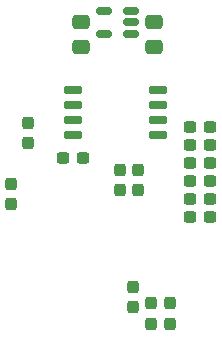
<source format=gbp>
%TF.GenerationSoftware,KiCad,Pcbnew,7.0.2-6a45011f42~172~ubuntu22.04.1*%
%TF.CreationDate,2023-05-03T21:07:19-04:00*%
%TF.ProjectId,RP2040_DevBoard_v2,52503230-3430-45f4-9465-76426f617264,-*%
%TF.SameCoordinates,Original*%
%TF.FileFunction,Paste,Bot*%
%TF.FilePolarity,Positive*%
%FSLAX46Y46*%
G04 Gerber Fmt 4.6, Leading zero omitted, Abs format (unit mm)*
G04 Created by KiCad (PCBNEW 7.0.2-6a45011f42~172~ubuntu22.04.1) date 2023-05-03 21:07:19*
%MOMM*%
%LPD*%
G01*
G04 APERTURE LIST*
G04 Aperture macros list*
%AMRoundRect*
0 Rectangle with rounded corners*
0 $1 Rounding radius*
0 $2 $3 $4 $5 $6 $7 $8 $9 X,Y pos of 4 corners*
0 Add a 4 corners polygon primitive as box body*
4,1,4,$2,$3,$4,$5,$6,$7,$8,$9,$2,$3,0*
0 Add four circle primitives for the rounded corners*
1,1,$1+$1,$2,$3*
1,1,$1+$1,$4,$5*
1,1,$1+$1,$6,$7*
1,1,$1+$1,$8,$9*
0 Add four rect primitives between the rounded corners*
20,1,$1+$1,$2,$3,$4,$5,0*
20,1,$1+$1,$4,$5,$6,$7,0*
20,1,$1+$1,$6,$7,$8,$9,0*
20,1,$1+$1,$8,$9,$2,$3,0*%
G04 Aperture macros list end*
%ADD10RoundRect,0.237500X0.237500X-0.300000X0.237500X0.300000X-0.237500X0.300000X-0.237500X-0.300000X0*%
%ADD11RoundRect,0.237500X-0.237500X0.300000X-0.237500X-0.300000X0.237500X-0.300000X0.237500X0.300000X0*%
%ADD12RoundRect,0.237500X-0.300000X-0.237500X0.300000X-0.237500X0.300000X0.237500X-0.300000X0.237500X0*%
%ADD13RoundRect,0.237500X0.300000X0.237500X-0.300000X0.237500X-0.300000X-0.237500X0.300000X-0.237500X0*%
%ADD14RoundRect,0.250000X-0.475000X0.337500X-0.475000X-0.337500X0.475000X-0.337500X0.475000X0.337500X0*%
%ADD15RoundRect,0.150000X0.512500X0.150000X-0.512500X0.150000X-0.512500X-0.150000X0.512500X-0.150000X0*%
%ADD16RoundRect,0.150000X-0.650000X-0.150000X0.650000X-0.150000X0.650000X0.150000X-0.650000X0.150000X0*%
G04 APERTURE END LIST*
D10*
%TO.C,C10*%
X169113200Y-125095000D03*
X169113200Y-123370000D03*
%TD*%
%TO.C,C8*%
X158750000Y-116355200D03*
X158750000Y-114630200D03*
%TD*%
D11*
%TO.C,C13*%
X169519600Y-113461800D03*
X169519600Y-115186800D03*
%TD*%
D12*
%TO.C,C3*%
X173890600Y-115900200D03*
X175615600Y-115900200D03*
%TD*%
D10*
%TO.C,C11*%
X170637200Y-126464400D03*
X170637200Y-124739400D03*
%TD*%
D12*
%TO.C,C2*%
X173889500Y-112852200D03*
X175614500Y-112852200D03*
%TD*%
D13*
%TO.C,C9*%
X164895700Y-112445800D03*
X163170700Y-112445800D03*
%TD*%
D14*
%TO.C,C14*%
X170891200Y-100943500D03*
X170891200Y-103018500D03*
%TD*%
D10*
%TO.C,C7*%
X172212000Y-126466600D03*
X172212000Y-124741600D03*
%TD*%
D12*
%TO.C,C15*%
X173889500Y-117424200D03*
X175614500Y-117424200D03*
%TD*%
D15*
%TO.C,U1*%
X168910000Y-100015000D03*
X168910000Y-100965000D03*
X168910000Y-101915000D03*
X166635000Y-101915000D03*
X166635000Y-100015000D03*
%TD*%
D14*
%TO.C,C18*%
X164668200Y-100968900D03*
X164668200Y-103043900D03*
%TD*%
D12*
%TO.C,C5*%
X173890600Y-109804200D03*
X175615600Y-109804200D03*
%TD*%
D16*
%TO.C,U3*%
X164040000Y-110490000D03*
X164040000Y-109220000D03*
X164040000Y-107950000D03*
X164040000Y-106680000D03*
X171240000Y-106680000D03*
X171240000Y-107950000D03*
X171240000Y-109220000D03*
X171240000Y-110490000D03*
%TD*%
D10*
%TO.C,C12*%
X160172400Y-111175800D03*
X160172400Y-109450800D03*
%TD*%
D12*
%TO.C,C1*%
X173888400Y-114376200D03*
X175613400Y-114376200D03*
%TD*%
D11*
%TO.C,C6*%
X167995600Y-113464000D03*
X167995600Y-115189000D03*
%TD*%
D12*
%TO.C,C4*%
X173889500Y-111328200D03*
X175614500Y-111328200D03*
%TD*%
M02*

</source>
